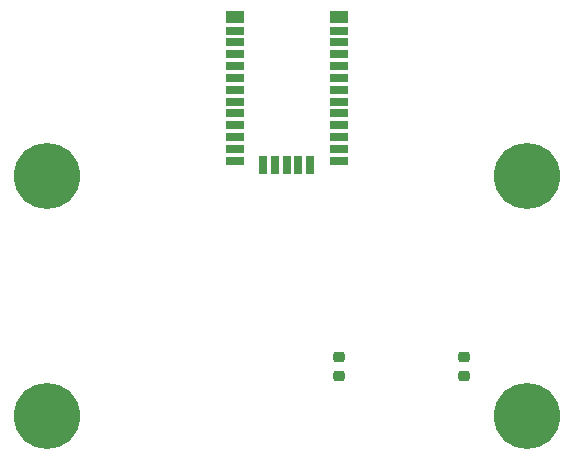
<source format=gbr>
%TF.GenerationSoftware,KiCad,Pcbnew,8.0.4+1*%
%TF.CreationDate,2024-10-18T12:55:20+00:00*%
%TF.ProjectId,TFGPSLITE01,54464750-534c-4495-9445-30312e6b6963,rev?*%
%TF.SameCoordinates,Original*%
%TF.FileFunction,Soldermask,Top*%
%TF.FilePolarity,Negative*%
%FSLAX46Y46*%
G04 Gerber Fmt 4.6, Leading zero omitted, Abs format (unit mm)*
G04 Created by KiCad (PCBNEW 8.0.4+1) date 2024-10-18 12:55:20*
%MOMM*%
%LPD*%
G01*
G04 APERTURE LIST*
G04 Aperture macros list*
%AMRoundRect*
0 Rectangle with rounded corners*
0 $1 Rounding radius*
0 $2 $3 $4 $5 $6 $7 $8 $9 X,Y pos of 4 corners*
0 Add a 4 corners polygon primitive as box body*
4,1,4,$2,$3,$4,$5,$6,$7,$8,$9,$2,$3,0*
0 Add four circle primitives for the rounded corners*
1,1,$1+$1,$2,$3*
1,1,$1+$1,$4,$5*
1,1,$1+$1,$6,$7*
1,1,$1+$1,$8,$9*
0 Add four rect primitives between the rounded corners*
20,1,$1+$1,$2,$3,$4,$5,0*
20,1,$1+$1,$4,$5,$6,$7,0*
20,1,$1+$1,$6,$7,$8,$9,0*
20,1,$1+$1,$8,$9,$2,$3,0*%
G04 Aperture macros list end*
%ADD10C,5.600000*%
%ADD11RoundRect,0.218750X-0.256250X0.218750X-0.256250X-0.218750X0.256250X-0.218750X0.256250X0.218750X0*%
%ADD12R,1.500000X0.700000*%
%ADD13R,1.500000X1.000000*%
%ADD14R,0.700000X1.500000*%
G04 APERTURE END LIST*
D10*
%TO.C,M4*%
X156340000Y-99840000D03*
%TD*%
D11*
%TO.C,D3*%
X151020000Y-115182500D03*
X151020000Y-116757500D03*
%TD*%
D12*
%TO.C,IC1*%
X140413500Y-98535000D03*
X140413500Y-97535000D03*
X140413500Y-96535000D03*
X140413500Y-95535000D03*
X140413500Y-94535000D03*
X140413500Y-93535000D03*
X140413500Y-92535000D03*
X140413500Y-91535000D03*
X140413500Y-90535000D03*
X140413500Y-89535000D03*
X140413500Y-88535000D03*
X140413500Y-87535000D03*
D13*
X140413500Y-86385000D03*
X131613500Y-86385000D03*
D12*
X131613500Y-87535000D03*
X131613500Y-88535000D03*
X131613500Y-89535000D03*
X131613500Y-90535000D03*
X131613500Y-91535000D03*
X131613500Y-92535000D03*
X131613500Y-93535000D03*
X131613500Y-94535000D03*
X131613500Y-95535000D03*
X131613500Y-96535000D03*
X131613500Y-97535000D03*
X131613500Y-98535000D03*
D14*
X134013500Y-98935000D03*
X135013500Y-98935000D03*
X136013500Y-98935000D03*
X137013500Y-98935000D03*
X138013500Y-98935000D03*
%TD*%
D10*
%TO.C,M1*%
X115700000Y-99840000D03*
%TD*%
%TO.C,M3*%
X115700000Y-120160000D03*
%TD*%
D11*
%TO.C,D2*%
X140460000Y-115182500D03*
X140460000Y-116757500D03*
%TD*%
D10*
%TO.C,M2*%
X156340000Y-120160000D03*
%TD*%
M02*

</source>
